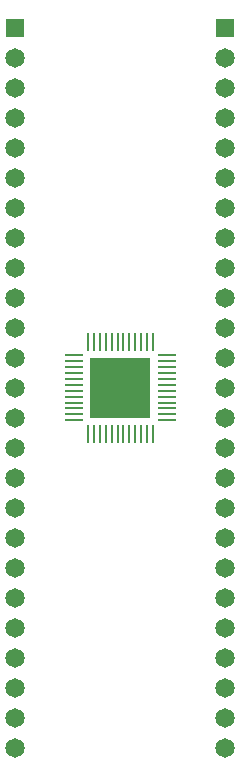
<source format=gts>
G04 (created by PCBNEW (2013-03-31 BZR 4008)-stable) date 8/2/2013 1:38:20 PM*
%MOIN*%
G04 Gerber Fmt 3.4, Leading zero omitted, Abs format*
%FSLAX34Y34*%
G01*
G70*
G90*
G04 APERTURE LIST*
%ADD10C,0.006*%
%ADD11R,0.0629701X0.0098*%
%ADD12R,0.0098X0.0629701*%
%ADD13R,0.2008X0.2008*%
%ADD14R,0.0649606X0.0649606*%
%ADD15C,0.0649606*%
G04 APERTURE END LIST*
G54D10*
G54D11*
X13964Y-19918D03*
X13964Y-20114D03*
X13964Y-20312D03*
X13964Y-20509D03*
X13964Y-20705D03*
X13964Y-20902D03*
X13964Y-21099D03*
X13964Y-21296D03*
X13964Y-21493D03*
X13964Y-21690D03*
X13964Y-21887D03*
X13964Y-22083D03*
X17035Y-20507D03*
X17035Y-20311D03*
X17035Y-20114D03*
X17035Y-19917D03*
G54D12*
X15205Y-22535D03*
X15401Y-22535D03*
X15598Y-22535D03*
X15795Y-22535D03*
X15992Y-22535D03*
X16189Y-22535D03*
X16386Y-22535D03*
X16583Y-22535D03*
G54D13*
X15500Y-21000D03*
G54D12*
X14418Y-22535D03*
X14614Y-22535D03*
X14812Y-22535D03*
X15008Y-22535D03*
G54D11*
X17035Y-22082D03*
X17035Y-21885D03*
X17035Y-21689D03*
X17035Y-21492D03*
X17035Y-21295D03*
X17035Y-21098D03*
X17035Y-20901D03*
X17035Y-20704D03*
G54D12*
X16583Y-19464D03*
X16386Y-19464D03*
X16189Y-19464D03*
X15993Y-19464D03*
X15796Y-19464D03*
X15599Y-19464D03*
X15402Y-19464D03*
X15205Y-19464D03*
X15008Y-19464D03*
X14811Y-19464D03*
X14615Y-19464D03*
X14417Y-19464D03*
G54D14*
X12000Y-9000D03*
G54D15*
X12000Y-10000D03*
X12000Y-11000D03*
X12000Y-12000D03*
X12000Y-13000D03*
X12000Y-14000D03*
X12000Y-15000D03*
X12000Y-16000D03*
X12000Y-17000D03*
X12000Y-18000D03*
X12000Y-19000D03*
X12000Y-20000D03*
X12000Y-21000D03*
X12000Y-22000D03*
X12000Y-23000D03*
X12000Y-24000D03*
X12000Y-25000D03*
X12000Y-26000D03*
X12000Y-27000D03*
X12000Y-28000D03*
X12000Y-29000D03*
X12000Y-30000D03*
X12000Y-31000D03*
X12000Y-32000D03*
X12000Y-33000D03*
G54D14*
X19000Y-9000D03*
G54D15*
X19000Y-10000D03*
X19000Y-11000D03*
X19000Y-12000D03*
X19000Y-13000D03*
X19000Y-14000D03*
X19000Y-15000D03*
X19000Y-16000D03*
X19000Y-17000D03*
X19000Y-18000D03*
X19000Y-19000D03*
X19000Y-20000D03*
X19000Y-21000D03*
X19000Y-22000D03*
X19000Y-23000D03*
X19000Y-24000D03*
X19000Y-25000D03*
X19000Y-26000D03*
X19000Y-27000D03*
X19000Y-28000D03*
X19000Y-29000D03*
X19000Y-30000D03*
X19000Y-31000D03*
X19000Y-32000D03*
X19000Y-33000D03*
M02*

</source>
